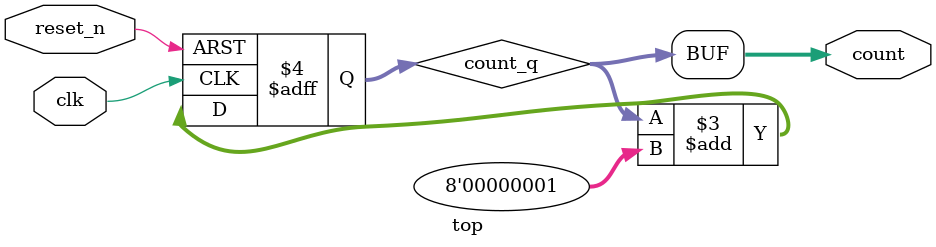
<source format=sv>
module top(
  input logic clk,
  input logic reset_n,
  output logic [7:0] count
);

  logic [7:0] count_q;

  always_ff @(posedge clk or negedge reset_n) begin
    if (!reset_n) begin
      count_q <= '0;
    end else begin
      count_q <= count_q + 8'h1;
    end
  end

  assign count = count_q;


endmodule


</source>
